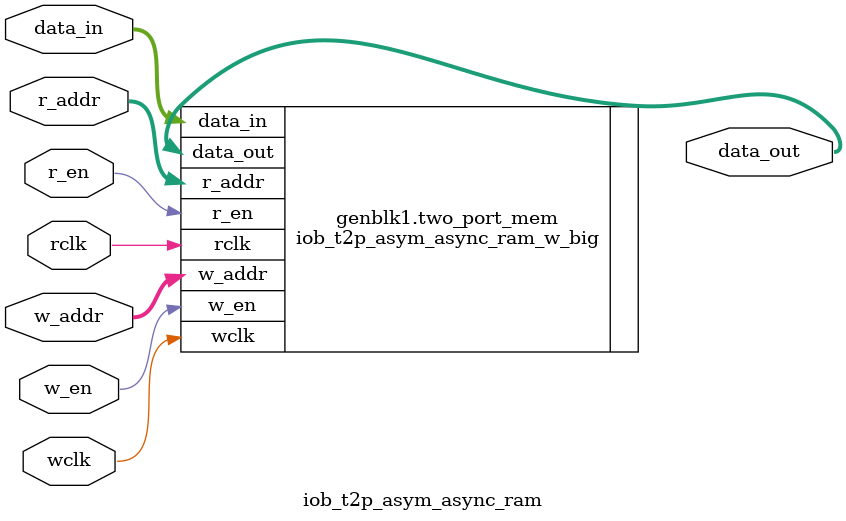
<source format=v>
`timescale 1ns / 1ps

module iob_t2p_asym_async_ram 
	#(
		parameter W_DATA_W = 16,
		parameter W_ADDR_W = 6,
		parameter R_DATA_W = 8,
		parameter R_ADDR_W = 7
	)
	(
		//Inputs
	 input 		       wclk, //write clock
         input 		       w_en, //write enable
         input [W_DATA_W-1:0]  data_in, //Input data to write port
         input [W_ADDR_W-1:0]  w_addr, //address for write port
	 input 		       rclk, //read clock
         input [R_ADDR_W-1:0]  r_addr, //address for read port
         input 		       r_en,
        //Outputs
         output [R_DATA_W-1:0] data_out //output port
    );
    
    generate
    	if (W_DATA_W > R_DATA_W)
    	begin
    		iob_t2p_asym_async_ram_w_big #(
    			.W_DATA_W(W_DATA_W),
    		 	.W_ADDR_W(W_ADDR_W),
    		 	.R_DATA_W(R_DATA_W),
    		 	.R_ADDR_W(R_ADDR_W)
    		 ) two_port_mem (
    		 	.wclk(wclk),
    		 	.w_en(w_en),
    		 	.data_in(data_in),
    		 	.w_addr(w_addr),
			.rclk(rclk),
    		 	.r_addr(r_addr),
    		 	.r_en(r_en),
    		 	.data_out(data_out)
    		 );
    	end
    	else if (W_DATA_W == R_DATA_W)
	  begin
	     iob_2p_async_mem #(
				.DATA_W(W_DATA_W),
				.ADDR_W(W_ADDR_W)
				) two_port_mem (
	 					.wclk(wclk),
    		 				.w_en(w_en),
    		 				.data_in(data_in),
    		 				.w_addr(w_addr),
						.rclk(rclk),
    		 				.r_addr(r_addr),
    		 				.r_en(r_en),
    		 				.data_out(data_out)
						);
	  end // if (W_DATA_W == R_DATA_W)
	else
    	begin
    		iob_t2p_asym_async_ram_r_big #(
    			.W_DATA_W(W_DATA_W),
    		 	.W_ADDR_W(W_ADDR_W),
    		 	.R_DATA_W(R_DATA_W),
    		 	.R_ADDR_W(R_ADDR_W)
    		 ) two_port_mem (
    		 	.wclk(wclk),
    		 	.w_en(w_en),
    		 	.data_in(data_in),
    		 	.w_addr(w_addr),
			.rclk(rclk),
    		 	.r_addr(r_addr),
    		 	.r_en(r_en),
    		 	.data_out(data_out)
    		 );
    	end
    endgenerate
endmodule
    

</source>
